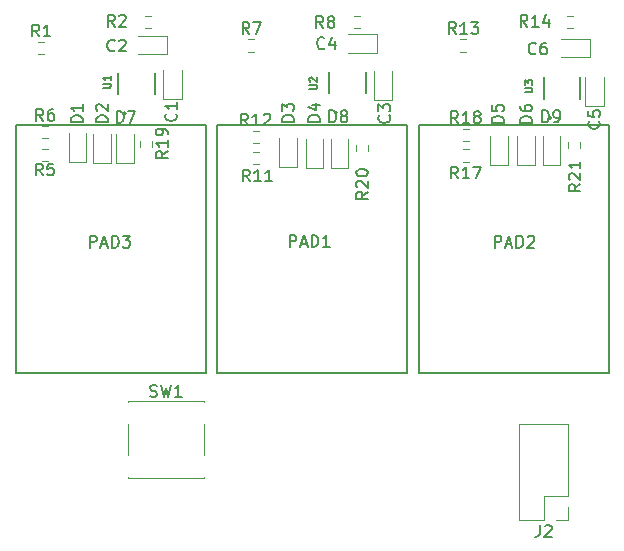
<source format=gbr>
%TF.GenerationSoftware,KiCad,Pcbnew,(6.0.1-0)*%
%TF.CreationDate,2022-03-13T12:33:57+03:30*%
%TF.ProjectId,touch_panel,746f7563-685f-4706-916e-656c2e6b6963,rev?*%
%TF.SameCoordinates,Original*%
%TF.FileFunction,Legend,Top*%
%TF.FilePolarity,Positive*%
%FSLAX46Y46*%
G04 Gerber Fmt 4.6, Leading zero omitted, Abs format (unit mm)*
G04 Created by KiCad (PCBNEW (6.0.1-0)) date 2022-03-13 12:33:57*
%MOMM*%
%LPD*%
G01*
G04 APERTURE LIST*
%ADD10C,0.150000*%
%ADD11C,0.120000*%
%ADD12C,0.127000*%
%ADD13C,0.200000*%
G04 APERTURE END LIST*
D10*
X124700000Y-93600000D02*
X140800000Y-93600000D01*
X140800000Y-93600000D02*
X140800000Y-114600000D01*
X140800000Y-114600000D02*
X124700000Y-114600000D01*
X124700000Y-114600000D02*
X124700000Y-93600000D01*
X107650000Y-93600000D02*
X123750000Y-93600000D01*
X123750000Y-93600000D02*
X123750000Y-114600000D01*
X123750000Y-114600000D02*
X107650000Y-114600000D01*
X107650000Y-114600000D02*
X107650000Y-93600000D01*
X141750000Y-93600000D02*
X157850000Y-93600000D01*
X157850000Y-93600000D02*
X157850000Y-114600000D01*
X157850000Y-114600000D02*
X141750000Y-114600000D01*
X141750000Y-114600000D02*
X141750000Y-93600000D01*
%TO.C,R1*%
X109633333Y-86072380D02*
X109300000Y-85596190D01*
X109061904Y-86072380D02*
X109061904Y-85072380D01*
X109442857Y-85072380D01*
X109538095Y-85120000D01*
X109585714Y-85167619D01*
X109633333Y-85262857D01*
X109633333Y-85405714D01*
X109585714Y-85500952D01*
X109538095Y-85548571D01*
X109442857Y-85596190D01*
X109061904Y-85596190D01*
X110585714Y-86072380D02*
X110014285Y-86072380D01*
X110300000Y-86072380D02*
X110300000Y-85072380D01*
X110204761Y-85215238D01*
X110109523Y-85310476D01*
X110014285Y-85358095D01*
%TO.C,PAD1*%
X130833333Y-103902380D02*
X130833333Y-102902380D01*
X131214285Y-102902380D01*
X131309523Y-102950000D01*
X131357142Y-102997619D01*
X131404761Y-103092857D01*
X131404761Y-103235714D01*
X131357142Y-103330952D01*
X131309523Y-103378571D01*
X131214285Y-103426190D01*
X130833333Y-103426190D01*
X131785714Y-103616666D02*
X132261904Y-103616666D01*
X131690476Y-103902380D02*
X132023809Y-102902380D01*
X132357142Y-103902380D01*
X132690476Y-103902380D02*
X132690476Y-102902380D01*
X132928571Y-102902380D01*
X133071428Y-102950000D01*
X133166666Y-103045238D01*
X133214285Y-103140476D01*
X133261904Y-103330952D01*
X133261904Y-103473809D01*
X133214285Y-103664285D01*
X133166666Y-103759523D01*
X133071428Y-103854761D01*
X132928571Y-103902380D01*
X132690476Y-103902380D01*
X134214285Y-103902380D02*
X133642857Y-103902380D01*
X133928571Y-103902380D02*
X133928571Y-102902380D01*
X133833333Y-103045238D01*
X133738095Y-103140476D01*
X133642857Y-103188095D01*
%TO.C,U2*%
X132499523Y-90537619D02*
X133017619Y-90537619D01*
X133078571Y-90507142D01*
X133109047Y-90476666D01*
X133139523Y-90415714D01*
X133139523Y-90293809D01*
X133109047Y-90232857D01*
X133078571Y-90202380D01*
X133017619Y-90171904D01*
X132499523Y-90171904D01*
X132560476Y-89897619D02*
X132530000Y-89867142D01*
X132499523Y-89806190D01*
X132499523Y-89653809D01*
X132530000Y-89592857D01*
X132560476Y-89562380D01*
X132621428Y-89531904D01*
X132682380Y-89531904D01*
X132773809Y-89562380D01*
X133139523Y-89928095D01*
X133139523Y-89531904D01*
%TO.C,D5*%
X148952380Y-93388095D02*
X147952380Y-93388095D01*
X147952380Y-93150000D01*
X148000000Y-93007142D01*
X148095238Y-92911904D01*
X148190476Y-92864285D01*
X148380952Y-92816666D01*
X148523809Y-92816666D01*
X148714285Y-92864285D01*
X148809523Y-92911904D01*
X148904761Y-93007142D01*
X148952380Y-93150000D01*
X148952380Y-93388095D01*
X147952380Y-91911904D02*
X147952380Y-92388095D01*
X148428571Y-92435714D01*
X148380952Y-92388095D01*
X148333333Y-92292857D01*
X148333333Y-92054761D01*
X148380952Y-91959523D01*
X148428571Y-91911904D01*
X148523809Y-91864285D01*
X148761904Y-91864285D01*
X148857142Y-91911904D01*
X148904761Y-91959523D01*
X148952380Y-92054761D01*
X148952380Y-92292857D01*
X148904761Y-92388095D01*
X148857142Y-92435714D01*
%TO.C,SW1*%
X119016666Y-116554761D02*
X119159523Y-116602380D01*
X119397619Y-116602380D01*
X119492857Y-116554761D01*
X119540476Y-116507142D01*
X119588095Y-116411904D01*
X119588095Y-116316666D01*
X119540476Y-116221428D01*
X119492857Y-116173809D01*
X119397619Y-116126190D01*
X119207142Y-116078571D01*
X119111904Y-116030952D01*
X119064285Y-115983333D01*
X119016666Y-115888095D01*
X119016666Y-115792857D01*
X119064285Y-115697619D01*
X119111904Y-115650000D01*
X119207142Y-115602380D01*
X119445238Y-115602380D01*
X119588095Y-115650000D01*
X119921428Y-115602380D02*
X120159523Y-116602380D01*
X120350000Y-115888095D01*
X120540476Y-116602380D01*
X120778571Y-115602380D01*
X121683333Y-116602380D02*
X121111904Y-116602380D01*
X121397619Y-116602380D02*
X121397619Y-115602380D01*
X121302380Y-115745238D01*
X121207142Y-115840476D01*
X121111904Y-115888095D01*
%TO.C,R12*%
X127307142Y-93622380D02*
X126973809Y-93146190D01*
X126735714Y-93622380D02*
X126735714Y-92622380D01*
X127116666Y-92622380D01*
X127211904Y-92670000D01*
X127259523Y-92717619D01*
X127307142Y-92812857D01*
X127307142Y-92955714D01*
X127259523Y-93050952D01*
X127211904Y-93098571D01*
X127116666Y-93146190D01*
X126735714Y-93146190D01*
X128259523Y-93622380D02*
X127688095Y-93622380D01*
X127973809Y-93622380D02*
X127973809Y-92622380D01*
X127878571Y-92765238D01*
X127783333Y-92860476D01*
X127688095Y-92908095D01*
X128640476Y-92717619D02*
X128688095Y-92670000D01*
X128783333Y-92622380D01*
X129021428Y-92622380D01*
X129116666Y-92670000D01*
X129164285Y-92717619D01*
X129211904Y-92812857D01*
X129211904Y-92908095D01*
X129164285Y-93050952D01*
X128592857Y-93622380D01*
X129211904Y-93622380D01*
%TO.C,C6*%
X151683333Y-87507142D02*
X151635714Y-87554761D01*
X151492857Y-87602380D01*
X151397619Y-87602380D01*
X151254761Y-87554761D01*
X151159523Y-87459523D01*
X151111904Y-87364285D01*
X151064285Y-87173809D01*
X151064285Y-87030952D01*
X151111904Y-86840476D01*
X151159523Y-86745238D01*
X151254761Y-86650000D01*
X151397619Y-86602380D01*
X151492857Y-86602380D01*
X151635714Y-86650000D01*
X151683333Y-86697619D01*
X152540476Y-86602380D02*
X152350000Y-86602380D01*
X152254761Y-86650000D01*
X152207142Y-86697619D01*
X152111904Y-86840476D01*
X152064285Y-87030952D01*
X152064285Y-87411904D01*
X152111904Y-87507142D01*
X152159523Y-87554761D01*
X152254761Y-87602380D01*
X152445238Y-87602380D01*
X152540476Y-87554761D01*
X152588095Y-87507142D01*
X152635714Y-87411904D01*
X152635714Y-87173809D01*
X152588095Y-87078571D01*
X152540476Y-87030952D01*
X152445238Y-86983333D01*
X152254761Y-86983333D01*
X152159523Y-87030952D01*
X152111904Y-87078571D01*
X152064285Y-87173809D01*
%TO.C,R21*%
X155452380Y-98592857D02*
X154976190Y-98926190D01*
X155452380Y-99164285D02*
X154452380Y-99164285D01*
X154452380Y-98783333D01*
X154500000Y-98688095D01*
X154547619Y-98640476D01*
X154642857Y-98592857D01*
X154785714Y-98592857D01*
X154880952Y-98640476D01*
X154928571Y-98688095D01*
X154976190Y-98783333D01*
X154976190Y-99164285D01*
X154547619Y-98211904D02*
X154500000Y-98164285D01*
X154452380Y-98069047D01*
X154452380Y-97830952D01*
X154500000Y-97735714D01*
X154547619Y-97688095D01*
X154642857Y-97640476D01*
X154738095Y-97640476D01*
X154880952Y-97688095D01*
X155452380Y-98259523D01*
X155452380Y-97640476D01*
X155452380Y-96688095D02*
X155452380Y-97259523D01*
X155452380Y-96973809D02*
X154452380Y-96973809D01*
X154595238Y-97069047D01*
X154690476Y-97164285D01*
X154738095Y-97259523D01*
%TO.C,R7*%
X127433333Y-85872380D02*
X127100000Y-85396190D01*
X126861904Y-85872380D02*
X126861904Y-84872380D01*
X127242857Y-84872380D01*
X127338095Y-84920000D01*
X127385714Y-84967619D01*
X127433333Y-85062857D01*
X127433333Y-85205714D01*
X127385714Y-85300952D01*
X127338095Y-85348571D01*
X127242857Y-85396190D01*
X126861904Y-85396190D01*
X127766666Y-84872380D02*
X128433333Y-84872380D01*
X128004761Y-85872380D01*
%TO.C,R17*%
X145094642Y-98102380D02*
X144761309Y-97626190D01*
X144523214Y-98102380D02*
X144523214Y-97102380D01*
X144904166Y-97102380D01*
X144999404Y-97150000D01*
X145047023Y-97197619D01*
X145094642Y-97292857D01*
X145094642Y-97435714D01*
X145047023Y-97530952D01*
X144999404Y-97578571D01*
X144904166Y-97626190D01*
X144523214Y-97626190D01*
X146047023Y-98102380D02*
X145475595Y-98102380D01*
X145761309Y-98102380D02*
X145761309Y-97102380D01*
X145666071Y-97245238D01*
X145570833Y-97340476D01*
X145475595Y-97388095D01*
X146380357Y-97102380D02*
X147047023Y-97102380D01*
X146618452Y-98102380D01*
%TO.C,C1*%
X121207142Y-92616666D02*
X121254761Y-92664285D01*
X121302380Y-92807142D01*
X121302380Y-92902380D01*
X121254761Y-93045238D01*
X121159523Y-93140476D01*
X121064285Y-93188095D01*
X120873809Y-93235714D01*
X120730952Y-93235714D01*
X120540476Y-93188095D01*
X120445238Y-93140476D01*
X120350000Y-93045238D01*
X120302380Y-92902380D01*
X120302380Y-92807142D01*
X120350000Y-92664285D01*
X120397619Y-92616666D01*
X121302380Y-91664285D02*
X121302380Y-92235714D01*
X121302380Y-91950000D02*
X120302380Y-91950000D01*
X120445238Y-92045238D01*
X120540476Y-92140476D01*
X120588095Y-92235714D01*
%TO.C,R2*%
X116033333Y-85252380D02*
X115700000Y-84776190D01*
X115461904Y-85252380D02*
X115461904Y-84252380D01*
X115842857Y-84252380D01*
X115938095Y-84300000D01*
X115985714Y-84347619D01*
X116033333Y-84442857D01*
X116033333Y-84585714D01*
X115985714Y-84680952D01*
X115938095Y-84728571D01*
X115842857Y-84776190D01*
X115461904Y-84776190D01*
X116414285Y-84347619D02*
X116461904Y-84300000D01*
X116557142Y-84252380D01*
X116795238Y-84252380D01*
X116890476Y-84300000D01*
X116938095Y-84347619D01*
X116985714Y-84442857D01*
X116985714Y-84538095D01*
X116938095Y-84680952D01*
X116366666Y-85252380D01*
X116985714Y-85252380D01*
%TO.C,R20*%
X137452380Y-99242857D02*
X136976190Y-99576190D01*
X137452380Y-99814285D02*
X136452380Y-99814285D01*
X136452380Y-99433333D01*
X136500000Y-99338095D01*
X136547619Y-99290476D01*
X136642857Y-99242857D01*
X136785714Y-99242857D01*
X136880952Y-99290476D01*
X136928571Y-99338095D01*
X136976190Y-99433333D01*
X136976190Y-99814285D01*
X136547619Y-98861904D02*
X136500000Y-98814285D01*
X136452380Y-98719047D01*
X136452380Y-98480952D01*
X136500000Y-98385714D01*
X136547619Y-98338095D01*
X136642857Y-98290476D01*
X136738095Y-98290476D01*
X136880952Y-98338095D01*
X137452380Y-98909523D01*
X137452380Y-98290476D01*
X136452380Y-97671428D02*
X136452380Y-97576190D01*
X136500000Y-97480952D01*
X136547619Y-97433333D01*
X136642857Y-97385714D01*
X136833333Y-97338095D01*
X137071428Y-97338095D01*
X137261904Y-97385714D01*
X137357142Y-97433333D01*
X137404761Y-97480952D01*
X137452380Y-97576190D01*
X137452380Y-97671428D01*
X137404761Y-97766666D01*
X137357142Y-97814285D01*
X137261904Y-97861904D01*
X137071428Y-97909523D01*
X136833333Y-97909523D01*
X136642857Y-97861904D01*
X136547619Y-97814285D01*
X136500000Y-97766666D01*
X136452380Y-97671428D01*
%TO.C,C3*%
X139257142Y-92766666D02*
X139304761Y-92814285D01*
X139352380Y-92957142D01*
X139352380Y-93052380D01*
X139304761Y-93195238D01*
X139209523Y-93290476D01*
X139114285Y-93338095D01*
X138923809Y-93385714D01*
X138780952Y-93385714D01*
X138590476Y-93338095D01*
X138495238Y-93290476D01*
X138400000Y-93195238D01*
X138352380Y-93052380D01*
X138352380Y-92957142D01*
X138400000Y-92814285D01*
X138447619Y-92766666D01*
X138352380Y-92433333D02*
X138352380Y-91814285D01*
X138733333Y-92147619D01*
X138733333Y-92004761D01*
X138780952Y-91909523D01*
X138828571Y-91861904D01*
X138923809Y-91814285D01*
X139161904Y-91814285D01*
X139257142Y-91861904D01*
X139304761Y-91909523D01*
X139352380Y-92004761D01*
X139352380Y-92290476D01*
X139304761Y-92385714D01*
X139257142Y-92433333D01*
%TO.C,R6*%
X109970833Y-93222380D02*
X109637500Y-92746190D01*
X109399404Y-93222380D02*
X109399404Y-92222380D01*
X109780357Y-92222380D01*
X109875595Y-92270000D01*
X109923214Y-92317619D01*
X109970833Y-92412857D01*
X109970833Y-92555714D01*
X109923214Y-92650952D01*
X109875595Y-92698571D01*
X109780357Y-92746190D01*
X109399404Y-92746190D01*
X110827976Y-92222380D02*
X110637500Y-92222380D01*
X110542261Y-92270000D01*
X110494642Y-92317619D01*
X110399404Y-92460476D01*
X110351785Y-92650952D01*
X110351785Y-93031904D01*
X110399404Y-93127142D01*
X110447023Y-93174761D01*
X110542261Y-93222380D01*
X110732738Y-93222380D01*
X110827976Y-93174761D01*
X110875595Y-93127142D01*
X110923214Y-93031904D01*
X110923214Y-92793809D01*
X110875595Y-92698571D01*
X110827976Y-92650952D01*
X110732738Y-92603333D01*
X110542261Y-92603333D01*
X110447023Y-92650952D01*
X110399404Y-92698571D01*
X110351785Y-92793809D01*
%TO.C,D2*%
X115452380Y-93338095D02*
X114452380Y-93338095D01*
X114452380Y-93100000D01*
X114500000Y-92957142D01*
X114595238Y-92861904D01*
X114690476Y-92814285D01*
X114880952Y-92766666D01*
X115023809Y-92766666D01*
X115214285Y-92814285D01*
X115309523Y-92861904D01*
X115404761Y-92957142D01*
X115452380Y-93100000D01*
X115452380Y-93338095D01*
X114547619Y-92385714D02*
X114500000Y-92338095D01*
X114452380Y-92242857D01*
X114452380Y-92004761D01*
X114500000Y-91909523D01*
X114547619Y-91861904D01*
X114642857Y-91814285D01*
X114738095Y-91814285D01*
X114880952Y-91861904D01*
X115452380Y-92433333D01*
X115452380Y-91814285D01*
%TO.C,R14*%
X150957142Y-85252380D02*
X150623809Y-84776190D01*
X150385714Y-85252380D02*
X150385714Y-84252380D01*
X150766666Y-84252380D01*
X150861904Y-84300000D01*
X150909523Y-84347619D01*
X150957142Y-84442857D01*
X150957142Y-84585714D01*
X150909523Y-84680952D01*
X150861904Y-84728571D01*
X150766666Y-84776190D01*
X150385714Y-84776190D01*
X151909523Y-85252380D02*
X151338095Y-85252380D01*
X151623809Y-85252380D02*
X151623809Y-84252380D01*
X151528571Y-84395238D01*
X151433333Y-84490476D01*
X151338095Y-84538095D01*
X152766666Y-84585714D02*
X152766666Y-85252380D01*
X152528571Y-84204761D02*
X152290476Y-84919047D01*
X152909523Y-84919047D01*
%TO.C,D8*%
X134211904Y-93352380D02*
X134211904Y-92352380D01*
X134450000Y-92352380D01*
X134592857Y-92400000D01*
X134688095Y-92495238D01*
X134735714Y-92590476D01*
X134783333Y-92780952D01*
X134783333Y-92923809D01*
X134735714Y-93114285D01*
X134688095Y-93209523D01*
X134592857Y-93304761D01*
X134450000Y-93352380D01*
X134211904Y-93352380D01*
X135354761Y-92780952D02*
X135259523Y-92733333D01*
X135211904Y-92685714D01*
X135164285Y-92590476D01*
X135164285Y-92542857D01*
X135211904Y-92447619D01*
X135259523Y-92400000D01*
X135354761Y-92352380D01*
X135545238Y-92352380D01*
X135640476Y-92400000D01*
X135688095Y-92447619D01*
X135735714Y-92542857D01*
X135735714Y-92590476D01*
X135688095Y-92685714D01*
X135640476Y-92733333D01*
X135545238Y-92780952D01*
X135354761Y-92780952D01*
X135259523Y-92828571D01*
X135211904Y-92876190D01*
X135164285Y-92971428D01*
X135164285Y-93161904D01*
X135211904Y-93257142D01*
X135259523Y-93304761D01*
X135354761Y-93352380D01*
X135545238Y-93352380D01*
X135640476Y-93304761D01*
X135688095Y-93257142D01*
X135735714Y-93161904D01*
X135735714Y-92971428D01*
X135688095Y-92876190D01*
X135640476Y-92828571D01*
X135545238Y-92780952D01*
%TO.C,R19*%
X120502380Y-95792857D02*
X120026190Y-96126190D01*
X120502380Y-96364285D02*
X119502380Y-96364285D01*
X119502380Y-95983333D01*
X119550000Y-95888095D01*
X119597619Y-95840476D01*
X119692857Y-95792857D01*
X119835714Y-95792857D01*
X119930952Y-95840476D01*
X119978571Y-95888095D01*
X120026190Y-95983333D01*
X120026190Y-96364285D01*
X120502380Y-94840476D02*
X120502380Y-95411904D01*
X120502380Y-95126190D02*
X119502380Y-95126190D01*
X119645238Y-95221428D01*
X119740476Y-95316666D01*
X119788095Y-95411904D01*
X120502380Y-94364285D02*
X120502380Y-94173809D01*
X120454761Y-94078571D01*
X120407142Y-94030952D01*
X120264285Y-93935714D01*
X120073809Y-93888095D01*
X119692857Y-93888095D01*
X119597619Y-93935714D01*
X119550000Y-93983333D01*
X119502380Y-94078571D01*
X119502380Y-94269047D01*
X119550000Y-94364285D01*
X119597619Y-94411904D01*
X119692857Y-94459523D01*
X119930952Y-94459523D01*
X120026190Y-94411904D01*
X120073809Y-94364285D01*
X120121428Y-94269047D01*
X120121428Y-94078571D01*
X120073809Y-93983333D01*
X120026190Y-93935714D01*
X119930952Y-93888095D01*
%TO.C,U3*%
X150749523Y-90787619D02*
X151267619Y-90787619D01*
X151328571Y-90757142D01*
X151359047Y-90726666D01*
X151389523Y-90665714D01*
X151389523Y-90543809D01*
X151359047Y-90482857D01*
X151328571Y-90452380D01*
X151267619Y-90421904D01*
X150749523Y-90421904D01*
X150749523Y-90178095D02*
X150749523Y-89781904D01*
X150993333Y-89995238D01*
X150993333Y-89903809D01*
X151023809Y-89842857D01*
X151054285Y-89812380D01*
X151115238Y-89781904D01*
X151267619Y-89781904D01*
X151328571Y-89812380D01*
X151359047Y-89842857D01*
X151389523Y-89903809D01*
X151389523Y-90086666D01*
X151359047Y-90147619D01*
X151328571Y-90178095D01*
%TO.C,C2*%
X116033333Y-87257142D02*
X115985714Y-87304761D01*
X115842857Y-87352380D01*
X115747619Y-87352380D01*
X115604761Y-87304761D01*
X115509523Y-87209523D01*
X115461904Y-87114285D01*
X115414285Y-86923809D01*
X115414285Y-86780952D01*
X115461904Y-86590476D01*
X115509523Y-86495238D01*
X115604761Y-86400000D01*
X115747619Y-86352380D01*
X115842857Y-86352380D01*
X115985714Y-86400000D01*
X116033333Y-86447619D01*
X116414285Y-86447619D02*
X116461904Y-86400000D01*
X116557142Y-86352380D01*
X116795238Y-86352380D01*
X116890476Y-86400000D01*
X116938095Y-86447619D01*
X116985714Y-86542857D01*
X116985714Y-86638095D01*
X116938095Y-86780952D01*
X116366666Y-87352380D01*
X116985714Y-87352380D01*
%TO.C,PAD3*%
X113933333Y-103952380D02*
X113933333Y-102952380D01*
X114314285Y-102952380D01*
X114409523Y-103000000D01*
X114457142Y-103047619D01*
X114504761Y-103142857D01*
X114504761Y-103285714D01*
X114457142Y-103380952D01*
X114409523Y-103428571D01*
X114314285Y-103476190D01*
X113933333Y-103476190D01*
X114885714Y-103666666D02*
X115361904Y-103666666D01*
X114790476Y-103952380D02*
X115123809Y-102952380D01*
X115457142Y-103952380D01*
X115790476Y-103952380D02*
X115790476Y-102952380D01*
X116028571Y-102952380D01*
X116171428Y-103000000D01*
X116266666Y-103095238D01*
X116314285Y-103190476D01*
X116361904Y-103380952D01*
X116361904Y-103523809D01*
X116314285Y-103714285D01*
X116266666Y-103809523D01*
X116171428Y-103904761D01*
X116028571Y-103952380D01*
X115790476Y-103952380D01*
X116695238Y-102952380D02*
X117314285Y-102952380D01*
X116980952Y-103333333D01*
X117123809Y-103333333D01*
X117219047Y-103380952D01*
X117266666Y-103428571D01*
X117314285Y-103523809D01*
X117314285Y-103761904D01*
X117266666Y-103857142D01*
X117219047Y-103904761D01*
X117123809Y-103952380D01*
X116838095Y-103952380D01*
X116742857Y-103904761D01*
X116695238Y-103857142D01*
%TO.C,J2*%
X152016666Y-127462380D02*
X152016666Y-128176666D01*
X151969047Y-128319523D01*
X151873809Y-128414761D01*
X151730952Y-128462380D01*
X151635714Y-128462380D01*
X152445238Y-127557619D02*
X152492857Y-127510000D01*
X152588095Y-127462380D01*
X152826190Y-127462380D01*
X152921428Y-127510000D01*
X152969047Y-127557619D01*
X153016666Y-127652857D01*
X153016666Y-127748095D01*
X152969047Y-127890952D01*
X152397619Y-128462380D01*
X153016666Y-128462380D01*
%TO.C,D7*%
X116211904Y-93402380D02*
X116211904Y-92402380D01*
X116450000Y-92402380D01*
X116592857Y-92450000D01*
X116688095Y-92545238D01*
X116735714Y-92640476D01*
X116783333Y-92830952D01*
X116783333Y-92973809D01*
X116735714Y-93164285D01*
X116688095Y-93259523D01*
X116592857Y-93354761D01*
X116450000Y-93402380D01*
X116211904Y-93402380D01*
X117116666Y-92402380D02*
X117783333Y-92402380D01*
X117354761Y-93402380D01*
%TO.C,D3*%
X131202380Y-93288095D02*
X130202380Y-93288095D01*
X130202380Y-93050000D01*
X130250000Y-92907142D01*
X130345238Y-92811904D01*
X130440476Y-92764285D01*
X130630952Y-92716666D01*
X130773809Y-92716666D01*
X130964285Y-92764285D01*
X131059523Y-92811904D01*
X131154761Y-92907142D01*
X131202380Y-93050000D01*
X131202380Y-93288095D01*
X130202380Y-92383333D02*
X130202380Y-91764285D01*
X130583333Y-92097619D01*
X130583333Y-91954761D01*
X130630952Y-91859523D01*
X130678571Y-91811904D01*
X130773809Y-91764285D01*
X131011904Y-91764285D01*
X131107142Y-91811904D01*
X131154761Y-91859523D01*
X131202380Y-91954761D01*
X131202380Y-92240476D01*
X131154761Y-92335714D01*
X131107142Y-92383333D01*
%TO.C,R11*%
X127457142Y-98352380D02*
X127123809Y-97876190D01*
X126885714Y-98352380D02*
X126885714Y-97352380D01*
X127266666Y-97352380D01*
X127361904Y-97400000D01*
X127409523Y-97447619D01*
X127457142Y-97542857D01*
X127457142Y-97685714D01*
X127409523Y-97780952D01*
X127361904Y-97828571D01*
X127266666Y-97876190D01*
X126885714Y-97876190D01*
X128409523Y-98352380D02*
X127838095Y-98352380D01*
X128123809Y-98352380D02*
X128123809Y-97352380D01*
X128028571Y-97495238D01*
X127933333Y-97590476D01*
X127838095Y-97638095D01*
X129361904Y-98352380D02*
X128790476Y-98352380D01*
X129076190Y-98352380D02*
X129076190Y-97352380D01*
X128980952Y-97495238D01*
X128885714Y-97590476D01*
X128790476Y-97638095D01*
%TO.C,D9*%
X152211904Y-93342380D02*
X152211904Y-92342380D01*
X152450000Y-92342380D01*
X152592857Y-92390000D01*
X152688095Y-92485238D01*
X152735714Y-92580476D01*
X152783333Y-92770952D01*
X152783333Y-92913809D01*
X152735714Y-93104285D01*
X152688095Y-93199523D01*
X152592857Y-93294761D01*
X152450000Y-93342380D01*
X152211904Y-93342380D01*
X153259523Y-93342380D02*
X153450000Y-93342380D01*
X153545238Y-93294761D01*
X153592857Y-93247142D01*
X153688095Y-93104285D01*
X153735714Y-92913809D01*
X153735714Y-92532857D01*
X153688095Y-92437619D01*
X153640476Y-92390000D01*
X153545238Y-92342380D01*
X153354761Y-92342380D01*
X153259523Y-92390000D01*
X153211904Y-92437619D01*
X153164285Y-92532857D01*
X153164285Y-92770952D01*
X153211904Y-92866190D01*
X153259523Y-92913809D01*
X153354761Y-92961428D01*
X153545238Y-92961428D01*
X153640476Y-92913809D01*
X153688095Y-92866190D01*
X153735714Y-92770952D01*
%TO.C,D6*%
X151352380Y-93388095D02*
X150352380Y-93388095D01*
X150352380Y-93150000D01*
X150400000Y-93007142D01*
X150495238Y-92911904D01*
X150590476Y-92864285D01*
X150780952Y-92816666D01*
X150923809Y-92816666D01*
X151114285Y-92864285D01*
X151209523Y-92911904D01*
X151304761Y-93007142D01*
X151352380Y-93150000D01*
X151352380Y-93388095D01*
X150352380Y-91959523D02*
X150352380Y-92150000D01*
X150400000Y-92245238D01*
X150447619Y-92292857D01*
X150590476Y-92388095D01*
X150780952Y-92435714D01*
X151161904Y-92435714D01*
X151257142Y-92388095D01*
X151304761Y-92340476D01*
X151352380Y-92245238D01*
X151352380Y-92054761D01*
X151304761Y-91959523D01*
X151257142Y-91911904D01*
X151161904Y-91864285D01*
X150923809Y-91864285D01*
X150828571Y-91911904D01*
X150780952Y-91959523D01*
X150733333Y-92054761D01*
X150733333Y-92245238D01*
X150780952Y-92340476D01*
X150828571Y-92388095D01*
X150923809Y-92435714D01*
%TO.C,PAD2*%
X148183333Y-103952380D02*
X148183333Y-102952380D01*
X148564285Y-102952380D01*
X148659523Y-103000000D01*
X148707142Y-103047619D01*
X148754761Y-103142857D01*
X148754761Y-103285714D01*
X148707142Y-103380952D01*
X148659523Y-103428571D01*
X148564285Y-103476190D01*
X148183333Y-103476190D01*
X149135714Y-103666666D02*
X149611904Y-103666666D01*
X149040476Y-103952380D02*
X149373809Y-102952380D01*
X149707142Y-103952380D01*
X150040476Y-103952380D02*
X150040476Y-102952380D01*
X150278571Y-102952380D01*
X150421428Y-103000000D01*
X150516666Y-103095238D01*
X150564285Y-103190476D01*
X150611904Y-103380952D01*
X150611904Y-103523809D01*
X150564285Y-103714285D01*
X150516666Y-103809523D01*
X150421428Y-103904761D01*
X150278571Y-103952380D01*
X150040476Y-103952380D01*
X150992857Y-103047619D02*
X151040476Y-103000000D01*
X151135714Y-102952380D01*
X151373809Y-102952380D01*
X151469047Y-103000000D01*
X151516666Y-103047619D01*
X151564285Y-103142857D01*
X151564285Y-103238095D01*
X151516666Y-103380952D01*
X150945238Y-103952380D01*
X151564285Y-103952380D01*
%TO.C,D4*%
X133402380Y-93288095D02*
X132402380Y-93288095D01*
X132402380Y-93050000D01*
X132450000Y-92907142D01*
X132545238Y-92811904D01*
X132640476Y-92764285D01*
X132830952Y-92716666D01*
X132973809Y-92716666D01*
X133164285Y-92764285D01*
X133259523Y-92811904D01*
X133354761Y-92907142D01*
X133402380Y-93050000D01*
X133402380Y-93288095D01*
X132735714Y-91859523D02*
X133402380Y-91859523D01*
X132354761Y-92097619D02*
X133069047Y-92335714D01*
X133069047Y-91716666D01*
%TO.C,U1*%
X115049523Y-90437619D02*
X115567619Y-90437619D01*
X115628571Y-90407142D01*
X115659047Y-90376666D01*
X115689523Y-90315714D01*
X115689523Y-90193809D01*
X115659047Y-90132857D01*
X115628571Y-90102380D01*
X115567619Y-90071904D01*
X115049523Y-90071904D01*
X115689523Y-89431904D02*
X115689523Y-89797619D01*
X115689523Y-89614761D02*
X115049523Y-89614761D01*
X115140952Y-89675714D01*
X115201904Y-89736666D01*
X115232380Y-89797619D01*
%TO.C,D1*%
X113302380Y-93338095D02*
X112302380Y-93338095D01*
X112302380Y-93100000D01*
X112350000Y-92957142D01*
X112445238Y-92861904D01*
X112540476Y-92814285D01*
X112730952Y-92766666D01*
X112873809Y-92766666D01*
X113064285Y-92814285D01*
X113159523Y-92861904D01*
X113254761Y-92957142D01*
X113302380Y-93100000D01*
X113302380Y-93338095D01*
X113302380Y-91814285D02*
X113302380Y-92385714D01*
X113302380Y-92100000D02*
X112302380Y-92100000D01*
X112445238Y-92195238D01*
X112540476Y-92290476D01*
X112588095Y-92385714D01*
%TO.C,R5*%
X109933333Y-97852380D02*
X109600000Y-97376190D01*
X109361904Y-97852380D02*
X109361904Y-96852380D01*
X109742857Y-96852380D01*
X109838095Y-96900000D01*
X109885714Y-96947619D01*
X109933333Y-97042857D01*
X109933333Y-97185714D01*
X109885714Y-97280952D01*
X109838095Y-97328571D01*
X109742857Y-97376190D01*
X109361904Y-97376190D01*
X110838095Y-96852380D02*
X110361904Y-96852380D01*
X110314285Y-97328571D01*
X110361904Y-97280952D01*
X110457142Y-97233333D01*
X110695238Y-97233333D01*
X110790476Y-97280952D01*
X110838095Y-97328571D01*
X110885714Y-97423809D01*
X110885714Y-97661904D01*
X110838095Y-97757142D01*
X110790476Y-97804761D01*
X110695238Y-97852380D01*
X110457142Y-97852380D01*
X110361904Y-97804761D01*
X110314285Y-97757142D01*
%TO.C,C5*%
X157007142Y-93266666D02*
X157054761Y-93314285D01*
X157102380Y-93457142D01*
X157102380Y-93552380D01*
X157054761Y-93695238D01*
X156959523Y-93790476D01*
X156864285Y-93838095D01*
X156673809Y-93885714D01*
X156530952Y-93885714D01*
X156340476Y-93838095D01*
X156245238Y-93790476D01*
X156150000Y-93695238D01*
X156102380Y-93552380D01*
X156102380Y-93457142D01*
X156150000Y-93314285D01*
X156197619Y-93266666D01*
X156102380Y-92361904D02*
X156102380Y-92838095D01*
X156578571Y-92885714D01*
X156530952Y-92838095D01*
X156483333Y-92742857D01*
X156483333Y-92504761D01*
X156530952Y-92409523D01*
X156578571Y-92361904D01*
X156673809Y-92314285D01*
X156911904Y-92314285D01*
X157007142Y-92361904D01*
X157054761Y-92409523D01*
X157102380Y-92504761D01*
X157102380Y-92742857D01*
X157054761Y-92838095D01*
X157007142Y-92885714D01*
%TO.C,C4*%
X133783333Y-87057142D02*
X133735714Y-87104761D01*
X133592857Y-87152380D01*
X133497619Y-87152380D01*
X133354761Y-87104761D01*
X133259523Y-87009523D01*
X133211904Y-86914285D01*
X133164285Y-86723809D01*
X133164285Y-86580952D01*
X133211904Y-86390476D01*
X133259523Y-86295238D01*
X133354761Y-86200000D01*
X133497619Y-86152380D01*
X133592857Y-86152380D01*
X133735714Y-86200000D01*
X133783333Y-86247619D01*
X134640476Y-86485714D02*
X134640476Y-87152380D01*
X134402380Y-86104761D02*
X134164285Y-86819047D01*
X134783333Y-86819047D01*
%TO.C,R8*%
X133683333Y-85352380D02*
X133350000Y-84876190D01*
X133111904Y-85352380D02*
X133111904Y-84352380D01*
X133492857Y-84352380D01*
X133588095Y-84400000D01*
X133635714Y-84447619D01*
X133683333Y-84542857D01*
X133683333Y-84685714D01*
X133635714Y-84780952D01*
X133588095Y-84828571D01*
X133492857Y-84876190D01*
X133111904Y-84876190D01*
X134254761Y-84780952D02*
X134159523Y-84733333D01*
X134111904Y-84685714D01*
X134064285Y-84590476D01*
X134064285Y-84542857D01*
X134111904Y-84447619D01*
X134159523Y-84400000D01*
X134254761Y-84352380D01*
X134445238Y-84352380D01*
X134540476Y-84400000D01*
X134588095Y-84447619D01*
X134635714Y-84542857D01*
X134635714Y-84590476D01*
X134588095Y-84685714D01*
X134540476Y-84733333D01*
X134445238Y-84780952D01*
X134254761Y-84780952D01*
X134159523Y-84828571D01*
X134111904Y-84876190D01*
X134064285Y-84971428D01*
X134064285Y-85161904D01*
X134111904Y-85257142D01*
X134159523Y-85304761D01*
X134254761Y-85352380D01*
X134445238Y-85352380D01*
X134540476Y-85304761D01*
X134588095Y-85257142D01*
X134635714Y-85161904D01*
X134635714Y-84971428D01*
X134588095Y-84876190D01*
X134540476Y-84828571D01*
X134445238Y-84780952D01*
%TO.C,R18*%
X145094642Y-93422380D02*
X144761309Y-92946190D01*
X144523214Y-93422380D02*
X144523214Y-92422380D01*
X144904166Y-92422380D01*
X144999404Y-92470000D01*
X145047023Y-92517619D01*
X145094642Y-92612857D01*
X145094642Y-92755714D01*
X145047023Y-92850952D01*
X144999404Y-92898571D01*
X144904166Y-92946190D01*
X144523214Y-92946190D01*
X146047023Y-93422380D02*
X145475595Y-93422380D01*
X145761309Y-93422380D02*
X145761309Y-92422380D01*
X145666071Y-92565238D01*
X145570833Y-92660476D01*
X145475595Y-92708095D01*
X146618452Y-92850952D02*
X146523214Y-92803333D01*
X146475595Y-92755714D01*
X146427976Y-92660476D01*
X146427976Y-92612857D01*
X146475595Y-92517619D01*
X146523214Y-92470000D01*
X146618452Y-92422380D01*
X146808928Y-92422380D01*
X146904166Y-92470000D01*
X146951785Y-92517619D01*
X146999404Y-92612857D01*
X146999404Y-92660476D01*
X146951785Y-92755714D01*
X146904166Y-92803333D01*
X146808928Y-92850952D01*
X146618452Y-92850952D01*
X146523214Y-92898571D01*
X146475595Y-92946190D01*
X146427976Y-93041428D01*
X146427976Y-93231904D01*
X146475595Y-93327142D01*
X146523214Y-93374761D01*
X146618452Y-93422380D01*
X146808928Y-93422380D01*
X146904166Y-93374761D01*
X146951785Y-93327142D01*
X146999404Y-93231904D01*
X146999404Y-93041428D01*
X146951785Y-92946190D01*
X146904166Y-92898571D01*
X146808928Y-92850952D01*
%TO.C,R13*%
X144907142Y-85872380D02*
X144573809Y-85396190D01*
X144335714Y-85872380D02*
X144335714Y-84872380D01*
X144716666Y-84872380D01*
X144811904Y-84920000D01*
X144859523Y-84967619D01*
X144907142Y-85062857D01*
X144907142Y-85205714D01*
X144859523Y-85300952D01*
X144811904Y-85348571D01*
X144716666Y-85396190D01*
X144335714Y-85396190D01*
X145859523Y-85872380D02*
X145288095Y-85872380D01*
X145573809Y-85872380D02*
X145573809Y-84872380D01*
X145478571Y-85015238D01*
X145383333Y-85110476D01*
X145288095Y-85158095D01*
X146192857Y-84872380D02*
X146811904Y-84872380D01*
X146478571Y-85253333D01*
X146621428Y-85253333D01*
X146716666Y-85300952D01*
X146764285Y-85348571D01*
X146811904Y-85443809D01*
X146811904Y-85681904D01*
X146764285Y-85777142D01*
X146716666Y-85824761D01*
X146621428Y-85872380D01*
X146335714Y-85872380D01*
X146240476Y-85824761D01*
X146192857Y-85777142D01*
D11*
%TO.C,R1*%
X109545276Y-86527500D02*
X110054724Y-86527500D01*
X109545276Y-87572500D02*
X110054724Y-87572500D01*
D12*
%TO.C,U2*%
X137305000Y-89100000D02*
X137305000Y-90900000D01*
X134195000Y-89100000D02*
X134195000Y-90900000D01*
D13*
X134834000Y-92540000D02*
G75*
G03*
X134834000Y-92540000I-100000J0D01*
G01*
D11*
%TO.C,D5*%
X147815000Y-94500000D02*
X147815000Y-96960000D01*
X147815000Y-96960000D02*
X149285000Y-96960000D01*
X149285000Y-96960000D02*
X149285000Y-94500000D01*
%TO.C,SW1*%
X123580000Y-123430000D02*
X123580000Y-123400000D01*
X117120000Y-116970000D02*
X123580000Y-116970000D01*
X117120000Y-118900000D02*
X117120000Y-121500000D01*
X117120000Y-123430000D02*
X117120000Y-123400000D01*
X117120000Y-117000000D02*
X117120000Y-116970000D01*
X117120000Y-123430000D02*
X123580000Y-123430000D01*
X123580000Y-118900000D02*
X123580000Y-121500000D01*
X123580000Y-116970000D02*
X123580000Y-117000000D01*
%TO.C,R12*%
X127695276Y-94077500D02*
X128204724Y-94077500D01*
X127695276Y-95122500D02*
X128204724Y-95122500D01*
%TO.C,C6*%
X153800000Y-87835000D02*
X156285000Y-87835000D01*
X156285000Y-87835000D02*
X156285000Y-86265000D01*
X156285000Y-86265000D02*
X153800000Y-86265000D01*
%TO.C,R21*%
X155422500Y-95504724D02*
X155422500Y-94995276D01*
X154377500Y-95504724D02*
X154377500Y-94995276D01*
%TO.C,R7*%
X127345276Y-86327500D02*
X127854724Y-86327500D01*
X127345276Y-87372500D02*
X127854724Y-87372500D01*
%TO.C,R17*%
X145482776Y-95627500D02*
X145992224Y-95627500D01*
X145482776Y-96672500D02*
X145992224Y-96672500D01*
%TO.C,C1*%
X121685000Y-91385000D02*
X121685000Y-88900000D01*
X120115000Y-91385000D02*
X121685000Y-91385000D01*
X120115000Y-88900000D02*
X120115000Y-91385000D01*
%TO.C,R2*%
X119067224Y-85372500D02*
X118557776Y-85372500D01*
X119067224Y-84327500D02*
X118557776Y-84327500D01*
%TO.C,R20*%
X136427500Y-95804724D02*
X136427500Y-95295276D01*
X137472500Y-95804724D02*
X137472500Y-95295276D01*
%TO.C,C3*%
X137965000Y-89000000D02*
X137965000Y-91485000D01*
X139535000Y-91485000D02*
X139535000Y-89000000D01*
X137965000Y-91485000D02*
X139535000Y-91485000D01*
%TO.C,R6*%
X109882776Y-93677500D02*
X110392224Y-93677500D01*
X109882776Y-94722500D02*
X110392224Y-94722500D01*
%TO.C,D2*%
X114202500Y-96760000D02*
X115672500Y-96760000D01*
X114202500Y-94300000D02*
X114202500Y-96760000D01*
X115672500Y-96760000D02*
X115672500Y-94300000D01*
%TO.C,R14*%
X154854724Y-84327500D02*
X154345276Y-84327500D01*
X154854724Y-85372500D02*
X154345276Y-85372500D01*
%TO.C,D8*%
X134315000Y-97185000D02*
X135785000Y-97185000D01*
X134315000Y-94725000D02*
X134315000Y-97185000D01*
X135785000Y-97185000D02*
X135785000Y-94725000D01*
%TO.C,R19*%
X119172500Y-95442224D02*
X119172500Y-94932776D01*
X118127500Y-95442224D02*
X118127500Y-94932776D01*
D12*
%TO.C,U3*%
X152345000Y-89550000D02*
X152345000Y-91350000D01*
X155455000Y-89550000D02*
X155455000Y-91350000D01*
D13*
X152984000Y-92990000D02*
G75*
G03*
X152984000Y-92990000I-100000J0D01*
G01*
D11*
%TO.C,C2*%
X120485000Y-87585000D02*
X120485000Y-86015000D01*
X120485000Y-86015000D02*
X118000000Y-86015000D01*
X118000000Y-87585000D02*
X120485000Y-87585000D01*
%TO.C,J2*%
X152350000Y-127010000D02*
X150290000Y-127010000D01*
X150290000Y-127010000D02*
X150290000Y-118890000D01*
X154410000Y-127010000D02*
X153350000Y-127010000D01*
X154410000Y-124950000D02*
X152350000Y-124950000D01*
X154410000Y-125950000D02*
X154410000Y-127010000D01*
X154410000Y-118890000D02*
X150290000Y-118890000D01*
X152350000Y-124950000D02*
X152350000Y-127010000D01*
X154410000Y-124950000D02*
X154410000Y-118890000D01*
%TO.C,D7*%
X116152500Y-96760000D02*
X117622500Y-96760000D01*
X117622500Y-96760000D02*
X117622500Y-94300000D01*
X116152500Y-94300000D02*
X116152500Y-96760000D01*
%TO.C,D3*%
X131435000Y-97160000D02*
X131435000Y-94700000D01*
X129965000Y-97160000D02*
X131435000Y-97160000D01*
X129965000Y-94700000D02*
X129965000Y-97160000D01*
%TO.C,R11*%
X127695276Y-96922500D02*
X128204724Y-96922500D01*
X127695276Y-95877500D02*
X128204724Y-95877500D01*
%TO.C,D9*%
X152265000Y-94500000D02*
X152265000Y-96960000D01*
X152265000Y-96960000D02*
X153735000Y-96960000D01*
X153735000Y-96960000D02*
X153735000Y-94500000D01*
%TO.C,D6*%
X151585000Y-96960000D02*
X151585000Y-94500000D01*
X150115000Y-94500000D02*
X150115000Y-96960000D01*
X150115000Y-96960000D02*
X151585000Y-96960000D01*
%TO.C,D4*%
X133685000Y-97185000D02*
X133685000Y-94725000D01*
X132215000Y-97185000D02*
X133685000Y-97185000D01*
X132215000Y-94725000D02*
X132215000Y-97185000D01*
D12*
%TO.C,U1*%
X119455000Y-89147500D02*
X119455000Y-90947500D01*
X116345000Y-89147500D02*
X116345000Y-90947500D01*
D13*
X116984000Y-92587500D02*
G75*
G03*
X116984000Y-92587500I-100000J0D01*
G01*
D11*
%TO.C,D1*%
X112152500Y-96735000D02*
X113622500Y-96735000D01*
X112152500Y-94275000D02*
X112152500Y-96735000D01*
X113622500Y-96735000D02*
X113622500Y-94275000D01*
%TO.C,R5*%
X109895276Y-95577500D02*
X110404724Y-95577500D01*
X109895276Y-96622500D02*
X110404724Y-96622500D01*
%TO.C,C5*%
X155865000Y-91985000D02*
X157435000Y-91985000D01*
X157435000Y-91985000D02*
X157435000Y-89500000D01*
X155865000Y-89500000D02*
X155865000Y-91985000D01*
%TO.C,C4*%
X138235000Y-85915000D02*
X135750000Y-85915000D01*
X135750000Y-87485000D02*
X138235000Y-87485000D01*
X138235000Y-87485000D02*
X138235000Y-85915000D01*
%TO.C,R8*%
X136792224Y-84327500D02*
X136282776Y-84327500D01*
X136792224Y-85372500D02*
X136282776Y-85372500D01*
%TO.C,R18*%
X145482776Y-93877500D02*
X145992224Y-93877500D01*
X145482776Y-94922500D02*
X145992224Y-94922500D01*
%TO.C,R13*%
X145295276Y-87372500D02*
X145804724Y-87372500D01*
X145295276Y-86327500D02*
X145804724Y-86327500D01*
%TD*%
M02*

</source>
